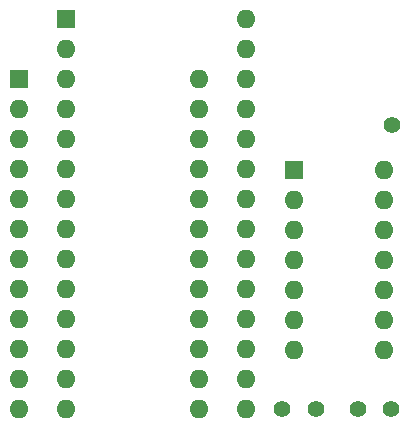
<source format=gbr>
%TF.GenerationSoftware,KiCad,Pcbnew,7.0.6*%
%TF.CreationDate,2023-08-01T22:32:42+10:00*%
%TF.ProjectId,vic20 rom,76696332-3020-4726-9f6d-2e6b69636164,rev?*%
%TF.SameCoordinates,Original*%
%TF.FileFunction,Soldermask,Top*%
%TF.FilePolarity,Negative*%
%FSLAX46Y46*%
G04 Gerber Fmt 4.6, Leading zero omitted, Abs format (unit mm)*
G04 Created by KiCad (PCBNEW 7.0.6) date 2023-08-01 22:32:42*
%MOMM*%
%LPD*%
G01*
G04 APERTURE LIST*
%ADD10C,1.400000*%
%ADD11R,1.600000X1.600000*%
%ADD12O,1.600000X1.600000*%
G04 APERTURE END LIST*
D10*
%TO.C,Kernal C/E*%
X111243192Y-54860817D03*
%TD*%
D11*
%TO.C,Basic ROM*%
X79690000Y-50970000D03*
D12*
X79690000Y-53510000D03*
X79690000Y-56050000D03*
X79690000Y-58590000D03*
X79690000Y-61130000D03*
X79690000Y-63670000D03*
X79690000Y-66210000D03*
X79690000Y-68750000D03*
X79690000Y-71290000D03*
X79690000Y-73830000D03*
X79690000Y-76370000D03*
X79690000Y-78910000D03*
X94930000Y-78910000D03*
X94930000Y-76370000D03*
X94930000Y-73830000D03*
X94930000Y-71290000D03*
X94930000Y-68750000D03*
X94930000Y-66210000D03*
X94930000Y-63670000D03*
X94930000Y-61130000D03*
X94930000Y-58590000D03*
X94930000Y-56050000D03*
X94930000Y-53510000D03*
X94930000Y-50970000D03*
%TD*%
D10*
%TO.C,J5*%
X111192600Y-78884900D03*
%TD*%
D11*
%TO.C,7408*%
X102935400Y-58660400D03*
D12*
X102935400Y-61200400D03*
X102935400Y-63740400D03*
X102935400Y-66280400D03*
X102935400Y-68820400D03*
X102935400Y-71360400D03*
X102935400Y-73900400D03*
X110555400Y-73900400D03*
X110555400Y-71360400D03*
X110555400Y-68820400D03*
X110555400Y-66280400D03*
X110555400Y-63740400D03*
X110555400Y-61200400D03*
X110555400Y-58660400D03*
%TD*%
D10*
%TO.C,J3*%
X104847100Y-78872000D03*
%TD*%
%TO.C,K2 En*%
X108344500Y-78886200D03*
%TD*%
%TO.C,B2 En*%
X101965800Y-78873300D03*
%TD*%
D11*
%TO.C,27C256*%
X83622400Y-45887500D03*
D12*
X83622400Y-48427500D03*
X83622400Y-50967500D03*
X83622400Y-53507500D03*
X83622400Y-56047500D03*
X83622400Y-58587500D03*
X83622400Y-61127500D03*
X83622400Y-63667500D03*
X83622400Y-66207500D03*
X83622400Y-68747500D03*
X83622400Y-71287500D03*
X83622400Y-73827500D03*
X83622400Y-76367500D03*
X83622400Y-78907500D03*
X98862400Y-78907500D03*
X98862400Y-76367500D03*
X98862400Y-73827500D03*
X98862400Y-71287500D03*
X98862400Y-68747500D03*
X98862400Y-66207500D03*
X98862400Y-63667500D03*
X98862400Y-61127500D03*
X98862400Y-58587500D03*
X98862400Y-56047500D03*
X98862400Y-53507500D03*
X98862400Y-50967500D03*
X98862400Y-48427500D03*
X98862400Y-45887500D03*
%TD*%
M02*

</source>
